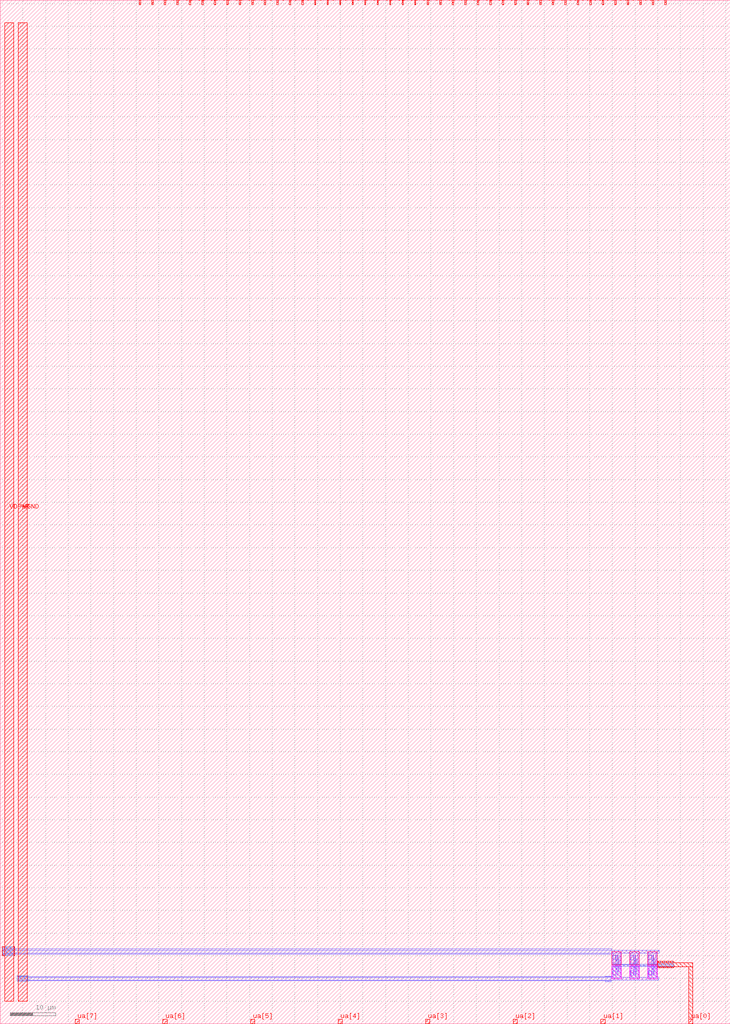
<source format=lef>
VERSION 5.7 ;
  NOWIREEXTENSIONATPIN ON ;
  DIVIDERCHAR "/" ;
  BUSBITCHARS "[]" ;
MACRO tt_um_mbkmicdec_ringosc
  CLASS BLOCK ;
  FOREIGN tt_um_mbkmicdec_ringosc ;
  ORIGIN 0.000 0.000 ;
  SIZE 161.000 BY 225.760 ;
  PIN clk
    DIRECTION INPUT ;
    USE SIGNAL ;
    PORT
      LAYER met4 ;
        RECT 143.830 224.760 144.130 225.760 ;
    END
  END clk
  PIN ena
    DIRECTION INPUT ;
    USE SIGNAL ;
    PORT
      LAYER met4 ;
        RECT 146.590 224.760 146.890 225.760 ;
    END
  END ena
  PIN rst_n
    DIRECTION INPUT ;
    USE SIGNAL ;
    PORT
      LAYER met4 ;
        RECT 141.070 224.760 141.370 225.760 ;
    END
  END rst_n
  PIN ua[0]
    DIRECTION INOUT ;
    USE SIGNAL ;
    ANTENNAGATEAREA 0.300000 ;
    ANTENNADIFFAREA 0.580000 ;
    PORT
      LAYER met4 ;
        RECT 151.810 0.000 152.710 1.000 ;
    END
  END ua[0]
  PIN ua[1]
    DIRECTION INOUT ;
    USE SIGNAL ;
    PORT
      LAYER met4 ;
        RECT 132.490 0.000 133.390 1.000 ;
    END
  END ua[1]
  PIN ua[2]
    DIRECTION INOUT ;
    USE SIGNAL ;
    PORT
      LAYER met4 ;
        RECT 113.170 0.000 114.070 1.000 ;
    END
  END ua[2]
  PIN ua[3]
    DIRECTION INOUT ;
    USE SIGNAL ;
    PORT
      LAYER met4 ;
        RECT 93.850 0.000 94.750 1.000 ;
    END
  END ua[3]
  PIN ua[4]
    DIRECTION INOUT ;
    USE SIGNAL ;
    PORT
      LAYER met4 ;
        RECT 74.530 0.000 75.430 1.000 ;
    END
  END ua[4]
  PIN ua[5]
    DIRECTION INOUT ;
    USE SIGNAL ;
    PORT
      LAYER met4 ;
        RECT 55.210 0.000 56.110 1.000 ;
    END
  END ua[5]
  PIN ua[6]
    DIRECTION INOUT ;
    USE SIGNAL ;
    PORT
      LAYER met4 ;
        RECT 35.890 0.000 36.790 1.000 ;
    END
  END ua[6]
  PIN ua[7]
    DIRECTION INOUT ;
    USE SIGNAL ;
    PORT
      LAYER met4 ;
        RECT 16.570 0.000 17.470 1.000 ;
    END
  END ua[7]
  PIN ui_in[0]
    DIRECTION INPUT ;
    USE SIGNAL ;
    PORT
      LAYER met4 ;
        RECT 138.310 224.760 138.610 225.760 ;
    END
  END ui_in[0]
  PIN ui_in[1]
    DIRECTION INPUT ;
    USE SIGNAL ;
    PORT
      LAYER met4 ;
        RECT 135.550 224.760 135.850 225.760 ;
    END
  END ui_in[1]
  PIN ui_in[2]
    DIRECTION INPUT ;
    USE SIGNAL ;
    PORT
      LAYER met4 ;
        RECT 132.790 224.760 133.090 225.760 ;
    END
  END ui_in[2]
  PIN ui_in[3]
    DIRECTION INPUT ;
    USE SIGNAL ;
    PORT
      LAYER met4 ;
        RECT 130.030 224.760 130.330 225.760 ;
    END
  END ui_in[3]
  PIN ui_in[4]
    DIRECTION INPUT ;
    USE SIGNAL ;
    PORT
      LAYER met4 ;
        RECT 127.270 224.760 127.570 225.760 ;
    END
  END ui_in[4]
  PIN ui_in[5]
    DIRECTION INPUT ;
    USE SIGNAL ;
    PORT
      LAYER met4 ;
        RECT 124.510 224.760 124.810 225.760 ;
    END
  END ui_in[5]
  PIN ui_in[6]
    DIRECTION INPUT ;
    USE SIGNAL ;
    PORT
      LAYER met4 ;
        RECT 121.750 224.760 122.050 225.760 ;
    END
  END ui_in[6]
  PIN ui_in[7]
    DIRECTION INPUT ;
    USE SIGNAL ;
    PORT
      LAYER met4 ;
        RECT 118.990 224.760 119.290 225.760 ;
    END
  END ui_in[7]
  PIN uio_in[0]
    DIRECTION INPUT ;
    USE SIGNAL ;
    PORT
      LAYER met4 ;
        RECT 116.230 224.760 116.530 225.760 ;
    END
  END uio_in[0]
  PIN uio_in[1]
    DIRECTION INPUT ;
    USE SIGNAL ;
    PORT
      LAYER met4 ;
        RECT 113.470 224.760 113.770 225.760 ;
    END
  END uio_in[1]
  PIN uio_in[2]
    DIRECTION INPUT ;
    USE SIGNAL ;
    PORT
      LAYER met4 ;
        RECT 110.710 224.760 111.010 225.760 ;
    END
  END uio_in[2]
  PIN uio_in[3]
    DIRECTION INPUT ;
    USE SIGNAL ;
    PORT
      LAYER met4 ;
        RECT 107.950 224.760 108.250 225.760 ;
    END
  END uio_in[3]
  PIN uio_in[4]
    DIRECTION INPUT ;
    USE SIGNAL ;
    PORT
      LAYER met4 ;
        RECT 105.190 224.760 105.490 225.760 ;
    END
  END uio_in[4]
  PIN uio_in[5]
    DIRECTION INPUT ;
    USE SIGNAL ;
    PORT
      LAYER met4 ;
        RECT 102.430 224.760 102.730 225.760 ;
    END
  END uio_in[5]
  PIN uio_in[6]
    DIRECTION INPUT ;
    USE SIGNAL ;
    PORT
      LAYER met4 ;
        RECT 99.670 224.760 99.970 225.760 ;
    END
  END uio_in[6]
  PIN uio_in[7]
    DIRECTION INPUT ;
    USE SIGNAL ;
    PORT
      LAYER met4 ;
        RECT 96.910 224.760 97.210 225.760 ;
    END
  END uio_in[7]
  PIN uio_oe[0]
    DIRECTION OUTPUT ;
    USE SIGNAL ;
    PORT
      LAYER met4 ;
        RECT 49.990 224.760 50.290 225.760 ;
    END
  END uio_oe[0]
  PIN uio_oe[1]
    DIRECTION OUTPUT ;
    USE SIGNAL ;
    PORT
      LAYER met4 ;
        RECT 47.230 224.760 47.530 225.760 ;
    END
  END uio_oe[1]
  PIN uio_oe[2]
    DIRECTION OUTPUT ;
    USE SIGNAL ;
    PORT
      LAYER met4 ;
        RECT 44.470 224.760 44.770 225.760 ;
    END
  END uio_oe[2]
  PIN uio_oe[3]
    DIRECTION OUTPUT ;
    USE SIGNAL ;
    PORT
      LAYER met4 ;
        RECT 41.710 224.760 42.010 225.760 ;
    END
  END uio_oe[3]
  PIN uio_oe[4]
    DIRECTION OUTPUT ;
    USE SIGNAL ;
    PORT
      LAYER met4 ;
        RECT 38.950 224.760 39.250 225.760 ;
    END
  END uio_oe[4]
  PIN uio_oe[5]
    DIRECTION OUTPUT ;
    USE SIGNAL ;
    PORT
      LAYER met4 ;
        RECT 36.190 224.760 36.490 225.760 ;
    END
  END uio_oe[5]
  PIN uio_oe[6]
    DIRECTION OUTPUT ;
    USE SIGNAL ;
    PORT
      LAYER met4 ;
        RECT 33.430 224.760 33.730 225.760 ;
    END
  END uio_oe[6]
  PIN uio_oe[7]
    DIRECTION OUTPUT ;
    USE SIGNAL ;
    PORT
      LAYER met4 ;
        RECT 30.670 224.760 30.970 225.760 ;
    END
  END uio_oe[7]
  PIN uio_out[0]
    DIRECTION OUTPUT ;
    USE SIGNAL ;
    PORT
      LAYER met4 ;
        RECT 72.070 224.760 72.370 225.760 ;
    END
  END uio_out[0]
  PIN uio_out[1]
    DIRECTION OUTPUT ;
    USE SIGNAL ;
    PORT
      LAYER met4 ;
        RECT 69.310 224.760 69.610 225.760 ;
    END
  END uio_out[1]
  PIN uio_out[2]
    DIRECTION OUTPUT ;
    USE SIGNAL ;
    PORT
      LAYER met4 ;
        RECT 66.550 224.760 66.850 225.760 ;
    END
  END uio_out[2]
  PIN uio_out[3]
    DIRECTION OUTPUT ;
    USE SIGNAL ;
    PORT
      LAYER met4 ;
        RECT 63.790 224.760 64.090 225.760 ;
    END
  END uio_out[3]
  PIN uio_out[4]
    DIRECTION OUTPUT ;
    USE SIGNAL ;
    PORT
      LAYER met4 ;
        RECT 61.030 224.760 61.330 225.760 ;
    END
  END uio_out[4]
  PIN uio_out[5]
    DIRECTION OUTPUT ;
    USE SIGNAL ;
    PORT
      LAYER met4 ;
        RECT 58.270 224.760 58.570 225.760 ;
    END
  END uio_out[5]
  PIN uio_out[6]
    DIRECTION OUTPUT ;
    USE SIGNAL ;
    PORT
      LAYER met4 ;
        RECT 55.510 224.760 55.810 225.760 ;
    END
  END uio_out[6]
  PIN uio_out[7]
    DIRECTION OUTPUT ;
    USE SIGNAL ;
    PORT
      LAYER met4 ;
        RECT 52.750 224.760 53.050 225.760 ;
    END
  END uio_out[7]
  PIN uo_out[0]
    DIRECTION OUTPUT ;
    USE SIGNAL ;
    PORT
      LAYER met4 ;
        RECT 94.150 224.760 94.450 225.760 ;
    END
  END uo_out[0]
  PIN uo_out[1]
    DIRECTION OUTPUT ;
    USE SIGNAL ;
    PORT
      LAYER met4 ;
        RECT 91.390 224.760 91.690 225.760 ;
    END
  END uo_out[1]
  PIN uo_out[2]
    DIRECTION OUTPUT ;
    USE SIGNAL ;
    PORT
      LAYER met4 ;
        RECT 88.630 224.760 88.930 225.760 ;
    END
  END uo_out[2]
  PIN uo_out[3]
    DIRECTION OUTPUT ;
    USE SIGNAL ;
    PORT
      LAYER met4 ;
        RECT 85.870 224.760 86.170 225.760 ;
    END
  END uo_out[3]
  PIN uo_out[4]
    DIRECTION OUTPUT ;
    USE SIGNAL ;
    PORT
      LAYER met4 ;
        RECT 83.110 224.760 83.410 225.760 ;
    END
  END uo_out[4]
  PIN uo_out[5]
    DIRECTION OUTPUT ;
    USE SIGNAL ;
    PORT
      LAYER met4 ;
        RECT 80.350 224.760 80.650 225.760 ;
    END
  END uo_out[5]
  PIN uo_out[6]
    DIRECTION OUTPUT ;
    USE SIGNAL ;
    PORT
      LAYER met4 ;
        RECT 77.590 224.760 77.890 225.760 ;
    END
  END uo_out[6]
  PIN uo_out[7]
    DIRECTION OUTPUT ;
    USE SIGNAL ;
    PORT
      LAYER met4 ;
        RECT 74.830 224.760 75.130 225.760 ;
    END
  END uo_out[7]
  PIN VDPWR
    DIRECTION INOUT ;
    USE POWER ;
    PORT
      LAYER met4 ;
        RECT 1.000 5.000 3.000 220.760 ;
    END
  END VDPWR
  PIN VGND
    DIRECTION INOUT ;
    USE GROUND ;
    PORT
      LAYER met4 ;
        RECT 4.000 5.000 6.000 220.760 ;
    END
  END VGND
  OBS
      LAYER nwell ;
        RECT 134.865 13.065 136.975 15.905 ;
        RECT 138.820 13.065 140.930 15.905 ;
        RECT 142.775 13.065 144.885 15.905 ;
      LAYER pwell ;
        RECT 134.895 9.960 137.005 12.750 ;
        RECT 138.850 9.960 140.960 12.750 ;
        RECT 142.805 9.960 144.915 12.750 ;
      LAYER li1 ;
        RECT 134.820 15.550 145.390 16.220 ;
        RECT 135.045 15.100 135.215 15.550 ;
        RECT 135.045 14.220 135.245 15.100 ;
        RECT 135.045 13.415 135.215 14.220 ;
        RECT 135.615 14.145 135.785 15.185 ;
        RECT 136.055 14.145 136.225 15.185 ;
        RECT 135.755 13.760 136.085 13.930 ;
        RECT 136.625 13.415 136.795 15.550 ;
        RECT 135.045 13.245 136.795 13.415 ;
        RECT 139.000 15.100 139.170 15.550 ;
        RECT 139.000 14.220 139.200 15.100 ;
        RECT 139.000 13.415 139.170 14.220 ;
        RECT 139.570 14.145 139.740 15.185 ;
        RECT 140.010 14.145 140.180 15.185 ;
        RECT 139.710 13.760 140.040 13.930 ;
        RECT 140.580 13.415 140.750 15.550 ;
        RECT 139.000 13.245 140.750 13.415 ;
        RECT 142.955 15.100 143.125 15.550 ;
        RECT 142.955 14.220 143.155 15.100 ;
        RECT 142.955 13.415 143.125 14.220 ;
        RECT 143.525 14.145 143.695 15.185 ;
        RECT 143.965 14.145 144.135 15.185 ;
        RECT 143.665 13.760 143.995 13.930 ;
        RECT 144.535 13.415 144.705 15.550 ;
        RECT 142.955 13.245 144.705 13.415 ;
        RECT 135.075 12.400 136.825 12.570 ;
        RECT 135.075 10.310 135.245 12.400 ;
        RECT 135.785 11.890 136.115 12.060 ;
        RECT 135.645 10.680 135.815 11.720 ;
        RECT 136.085 10.680 136.255 11.720 ;
        RECT 136.655 10.310 136.825 12.400 ;
        RECT 139.030 12.400 140.780 12.570 ;
        RECT 139.030 10.310 139.200 12.400 ;
        RECT 139.740 11.890 140.070 12.060 ;
        RECT 139.600 10.680 139.770 11.720 ;
        RECT 140.040 10.680 140.210 11.720 ;
        RECT 140.610 10.310 140.780 12.400 ;
        RECT 142.985 12.400 144.735 12.570 ;
        RECT 142.985 10.310 143.155 12.400 ;
        RECT 143.695 11.890 144.025 12.060 ;
        RECT 143.555 10.680 143.725 11.720 ;
        RECT 143.995 10.680 144.165 11.720 ;
        RECT 144.565 10.310 144.735 12.400 ;
        RECT 134.630 9.640 145.200 10.310 ;
      LAYER met1 ;
        RECT 0.400 16.585 3.220 16.950 ;
        RECT 133.580 16.585 134.840 16.590 ;
        RECT 0.400 16.220 134.840 16.585 ;
        RECT 0.400 15.550 145.390 16.220 ;
        RECT 0.400 15.345 134.840 15.550 ;
        RECT 0.400 15.050 3.220 15.345 ;
        RECT 133.580 15.340 134.840 15.345 ;
        RECT 135.585 15.160 135.815 15.165 ;
        RECT 135.045 14.165 135.815 15.160 ;
        RECT 136.025 14.365 136.255 15.165 ;
        RECT 139.540 15.160 139.770 15.165 ;
        RECT 136.025 14.165 136.395 14.365 ;
        RECT 135.045 14.160 135.640 14.165 ;
        RECT 135.775 13.915 136.065 13.960 ;
        RECT 135.775 13.730 136.070 13.915 ;
        RECT 135.795 13.130 136.070 13.730 ;
        RECT 135.090 12.700 136.070 13.130 ;
        RECT 135.795 12.230 136.070 12.700 ;
        RECT 136.255 13.010 136.395 14.165 ;
        RECT 139.000 14.165 139.770 15.160 ;
        RECT 139.980 14.365 140.210 15.165 ;
        RECT 143.495 15.160 143.725 15.165 ;
        RECT 139.980 14.165 140.350 14.365 ;
        RECT 139.000 14.160 139.595 14.165 ;
        RECT 139.730 13.915 140.020 13.960 ;
        RECT 139.730 13.730 140.025 13.915 ;
        RECT 139.750 13.010 140.025 13.730 ;
        RECT 136.255 12.720 140.025 13.010 ;
        RECT 135.795 11.955 136.105 12.230 ;
        RECT 135.805 11.860 136.095 11.955 ;
        RECT 136.255 11.700 136.395 12.720 ;
        RECT 139.750 12.230 140.025 12.720 ;
        RECT 140.210 13.070 140.350 14.165 ;
        RECT 142.955 14.165 143.725 15.160 ;
        RECT 143.935 14.365 144.165 15.165 ;
        RECT 143.935 14.165 144.305 14.365 ;
        RECT 142.955 14.160 143.550 14.165 ;
        RECT 143.685 13.915 143.975 13.960 ;
        RECT 143.685 13.730 143.980 13.915 ;
        RECT 143.705 13.070 143.980 13.730 ;
        RECT 140.210 12.780 143.980 13.070 ;
        RECT 139.750 11.955 140.060 12.230 ;
        RECT 139.760 11.860 140.050 11.955 ;
        RECT 140.210 11.700 140.350 12.780 ;
        RECT 143.705 12.230 143.980 12.780 ;
        RECT 144.165 13.130 144.305 14.165 ;
        RECT 144.165 12.700 145.200 13.130 ;
        RECT 143.705 11.955 144.015 12.230 ;
        RECT 143.715 11.860 144.005 11.955 ;
        RECT 144.165 11.700 144.305 12.700 ;
        RECT 135.045 10.700 135.845 11.700 ;
        RECT 136.055 11.560 136.395 11.700 ;
        RECT 136.055 10.700 136.285 11.560 ;
        RECT 139.000 10.700 139.800 11.700 ;
        RECT 140.010 11.560 140.350 11.700 ;
        RECT 140.010 10.700 140.240 11.560 ;
        RECT 142.955 10.700 143.755 11.700 ;
        RECT 143.965 11.560 144.305 11.700 ;
        RECT 143.965 10.700 144.195 11.560 ;
        RECT 133.440 10.415 134.700 10.460 ;
        RECT 4.120 9.520 5.900 10.340 ;
        RECT 6.180 10.310 134.700 10.415 ;
        RECT 6.180 9.640 145.200 10.310 ;
        RECT 6.180 9.445 134.700 9.640 ;
        RECT 133.440 9.210 134.700 9.445 ;
      LAYER met2 ;
        RECT 0.400 15.050 3.220 16.950 ;
        RECT 145.050 13.130 148.510 13.830 ;
        RECT 135.090 12.700 148.510 13.130 ;
        RECT 145.050 12.310 148.510 12.700 ;
        RECT 3.770 9.340 6.100 10.500 ;
      LAYER met3 ;
        RECT 0.400 15.050 3.220 16.950 ;
        RECT 145.050 12.310 148.510 13.830 ;
        RECT 3.770 9.330 6.150 10.550 ;
      LAYER met4 ;
        RECT 0.400 15.050 1.000 16.950 ;
        RECT 3.000 15.050 3.220 16.950 ;
        RECT 145.050 13.470 148.510 13.830 ;
        RECT 145.050 12.570 152.710 13.470 ;
        RECT 145.050 12.310 148.510 12.570 ;
        RECT 151.810 1.000 152.710 12.570 ;
  END
END tt_um_mbkmicdec_ringosc
END LIBRARY


</source>
